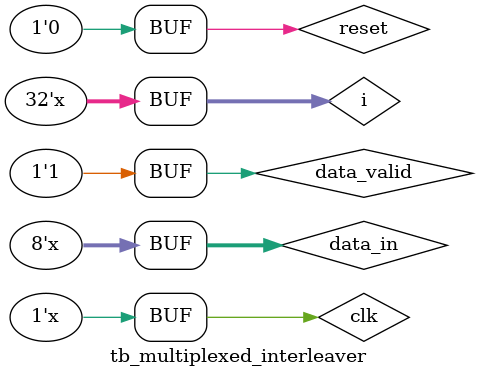
<source format=v>
`timescale 1ns / 1ps


module tb_multiplexed_interleaver(

    );
reg clk,reset,data_valid;
reg [7:0] data_in;    
reg [11:0] length;

wire [7:0]data_out;
wire data_out_valid;    

integer i;




initial begin
    reset=1;
    clk=0;
    i=0;
    length=904;
    #20;
    reset=0;
    data_valid=1;
    #40000
    if(data_out_valid==0)begin
        length=920;
    end
    #40000
    if(data_out_valid==0)begin
        length=1848;
    end
    #80000
    if(data_out_valid==0)begin
       length=2712;
    end
end

always begin 
    #10
    clk=~clk;
    i=i+1;
    data_in=i;
end










multiplexed_interleaver multiplexed_interleaver(
.clk(clk),
.reset(reset),
.data_valid(data_valid),
.data_in(data_in),
.length(length),

.data_out(data_out),
.data_out_valid(data_out_valid)
);
endmodule

</source>
